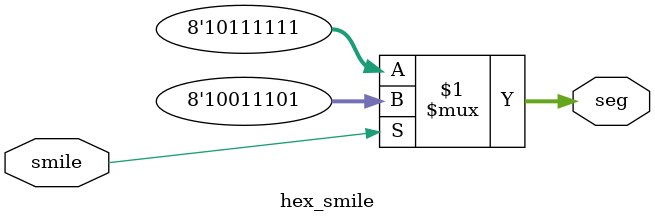
<source format=v>

module board_top
(
    input         CLK,
    input  [ 1:0] KEY,
    output [ 7:0] HEX0,
    output [ 7:0] HEX1,
    output [ 7:0] HEX2,
    output [ 1:0] LED
);
    localparam CLK_DIV = 26;

    wire       rst_n =  KEY[1];
    wire       idata = ~KEY[0];
    wire [2:0] smile;
    wire       indicator;
    wire       strobe;

    lab_top
    #(
        .CLK_DIV   ( CLK_DIV   )
    )
    lab_top
    (
        .clk       ( CLK       ),
        .rst_n     ( rst_n     ),
        .idata     ( idata     ),
        .smile     ( smile     ),
        .indicator ( indicator ),
        .strobe    ( strobe    ) 
    );

    hex_smile hex0 ( .smile (smile[0]), .seg (HEX0) );
    hex_smile hex1 ( .smile (smile[1]), .seg (HEX1) );
    hex_smile hex2 ( .smile (smile[2]), .seg (HEX2) );

    assign LED [0] = indicator;
    assign LED [1] = idata;

endmodule

module hex_smile
(
    input        smile,
    output [7:0] seg
);
    // . g f e d c b a   // Letter from the diagram below
    // 7 6 5 4 3 2 1 0   // Bit in seg

    //   --a--
    //  |     |
    //  f     b
    //  |     |
    //   --g--
    //  |     |
    //  e     c
    //  |     |
    //   --d-- 

    assign seg = smile ? 8'b10011101 : 8'b10111111;

endmodule

    // assign hex0 = moore_fsm_out ? 8'b10100011 : 8'b11111111;
    // assign hex1 = mealy_fsm_out ? 8'b10011100 : 8'b11111111;

</source>
